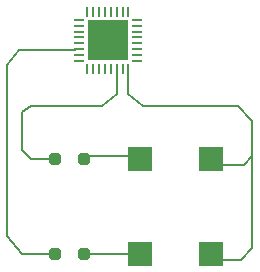
<source format=gbr>
%TF.GenerationSoftware,KiCad,Pcbnew,8.0.0*%
%TF.CreationDate,2024-03-06T12:54:26+05:00*%
%TF.ProjectId,keeb,6b656562-2e6b-4696-9361-645f70636258,rev?*%
%TF.SameCoordinates,Original*%
%TF.FileFunction,Copper,L1,Top*%
%TF.FilePolarity,Positive*%
%FSLAX46Y46*%
G04 Gerber Fmt 4.6, Leading zero omitted, Abs format (unit mm)*
G04 Created by KiCad (PCBNEW 8.0.0) date 2024-03-06 12:54:26*
%MOMM*%
%LPD*%
G01*
G04 APERTURE LIST*
G04 Aperture macros list*
%AMRoundRect*
0 Rectangle with rounded corners*
0 $1 Rounding radius*
0 $2 $3 $4 $5 $6 $7 $8 $9 X,Y pos of 4 corners*
0 Add a 4 corners polygon primitive as box body*
4,1,4,$2,$3,$4,$5,$6,$7,$8,$9,$2,$3,0*
0 Add four circle primitives for the rounded corners*
1,1,$1+$1,$2,$3*
1,1,$1+$1,$4,$5*
1,1,$1+$1,$6,$7*
1,1,$1+$1,$8,$9*
0 Add four rect primitives between the rounded corners*
20,1,$1+$1,$2,$3,$4,$5,0*
20,1,$1+$1,$4,$5,$6,$7,0*
20,1,$1+$1,$6,$7,$8,$9,0*
20,1,$1+$1,$8,$9,$2,$3,0*%
G04 Aperture macros list end*
%TA.AperFunction,Conductor*%
%ADD10C,0.200000*%
%TD*%
%TA.AperFunction,SMDPad,CuDef*%
%ADD11R,2.000000X2.000000*%
%TD*%
%TA.AperFunction,SMDPad,CuDef*%
%ADD12RoundRect,0.250000X-0.250000X-0.250000X0.250000X-0.250000X0.250000X0.250000X-0.250000X0.250000X0*%
%TD*%
%TA.AperFunction,SMDPad,CuDef*%
%ADD13RoundRect,0.062500X-0.375000X-0.062500X0.375000X-0.062500X0.375000X0.062500X-0.375000X0.062500X0*%
%TD*%
%TA.AperFunction,SMDPad,CuDef*%
%ADD14RoundRect,0.062500X-0.062500X-0.375000X0.062500X-0.375000X0.062500X0.375000X-0.062500X0.375000X0*%
%TD*%
%TA.AperFunction,HeatsinkPad*%
%ADD15R,3.450000X3.450000*%
%TD*%
G04 APERTURE END LIST*
D10*
%TO.N,COL1*%
X175500000Y-61750000D02*
X175500000Y-64750000D01*
X166250000Y-60500000D02*
X165000000Y-59500000D01*
%TO.N,ROW2*%
X154750000Y-71500000D02*
X154750000Y-57000000D01*
%TO.N,Net-(D1-A)*%
X161750000Y-64750000D02*
X165000000Y-64750000D01*
%TO.N,ROW1*%
X162750000Y-60500000D02*
X156750000Y-60500000D01*
%TO.N,ROW2*%
X160500000Y-55750000D02*
X155750000Y-55750000D01*
X156000000Y-73000000D02*
X154750000Y-71500000D01*
%TO.N,ROW1*%
X156000000Y-64250000D02*
X156750000Y-65000000D01*
%TO.N,COL1*%
X174750000Y-65500000D02*
X172750000Y-65500000D01*
X174500000Y-73500000D02*
X173000000Y-73500000D01*
%TO.N,ROW2*%
X158500000Y-73000000D02*
X156000000Y-73000000D01*
%TO.N,COL1*%
X175500000Y-72500000D02*
X174500000Y-73500000D01*
X175500000Y-64750000D02*
X174750000Y-65500000D01*
%TO.N,ROW1*%
X156750000Y-65000000D02*
X158250000Y-65000000D01*
%TO.N,ROW2*%
X154750000Y-57000000D02*
X155750000Y-55750000D01*
%TO.N,ROW1*%
X164000000Y-59500000D02*
X162750000Y-60500000D01*
X164000000Y-57750000D02*
X164000000Y-59500000D01*
%TO.N,Net-(D2-A)*%
X165250000Y-73000000D02*
X161500000Y-73000000D01*
%TO.N,COL1*%
X166500000Y-60500000D02*
X174250000Y-60500000D01*
%TO.N,ROW1*%
X156000000Y-61000000D02*
X156000000Y-64250000D01*
%TO.N,COL1*%
X175500000Y-64750000D02*
X175500000Y-72500000D01*
X174250000Y-60500000D02*
X175500000Y-61750000D01*
X166500000Y-60500000D02*
X166250000Y-60500000D01*
X165000000Y-59500000D02*
X165000000Y-57750000D01*
%TO.N,ROW1*%
X156750000Y-60500000D02*
X156000000Y-61000000D01*
%TD*%
D11*
%TO.P,SW16,1,1*%
%TO.N,Net-(D1-A)*%
X166000000Y-65000000D03*
%TO.P,SW16,2,2*%
%TO.N,COL1*%
X172000000Y-65000000D03*
%TD*%
D12*
%TO.P,D2,1,K*%
%TO.N,ROW2*%
X158750000Y-73000000D03*
%TO.P,D2,2,A*%
%TO.N,Net-(D2-A)*%
X161250000Y-73000000D03*
%TD*%
D11*
%TO.P,SW1,1,1*%
%TO.N,Net-(D2-A)*%
X166000000Y-73000000D03*
%TO.P,SW1,2,2*%
%TO.N,COL1*%
X172000000Y-73000000D03*
%TD*%
D13*
%TO.P,U1,1,LNA_IN*%
%TO.N,unconnected-(U1-LNA_IN-Pad1)*%
X160812500Y-53187500D03*
%TO.P,U1,2,VDD3P3*%
%TO.N,Net-(U1-VDD3P3-Pad2)*%
X160812500Y-53687500D03*
%TO.P,U1,3,VDD3P3*%
X160812500Y-54187500D03*
%TO.P,U1,4,XTAL_32K_P/ADC1_CH0*%
%TO.N,unconnected-(U1-XTAL_32K_P{slash}ADC1_CH0-Pad4)*%
X160812500Y-54687500D03*
%TO.P,U1,5,XTAL_32K_N/ADC1_CH1*%
%TO.N,unconnected-(U1-XTAL_32K_N{slash}ADC1_CH1-Pad5)*%
X160812500Y-55187500D03*
%TO.P,U1,6,GPIO2/ADC1_CH2*%
%TO.N,ROW2*%
X160812500Y-55687500D03*
%TO.P,U1,7,CHIP_EN*%
%TO.N,unconnected-(U1-CHIP_EN-Pad7)*%
X160812500Y-56187500D03*
%TO.P,U1,8,GPIO3/ADC1_CH3*%
%TO.N,unconnected-(U1-GPIO3{slash}ADC1_CH3-Pad8)*%
X160812500Y-56687500D03*
D14*
%TO.P,U1,9,MTMS/GPIO4/ADC1_CH4*%
%TO.N,unconnected-(U1-MTMS{slash}GPIO4{slash}ADC1_CH4-Pad9)*%
X161500000Y-57375000D03*
%TO.P,U1,10,MTDI/GPIO5/ADC2_CH0*%
%TO.N,unconnected-(U1-MTDI{slash}GPIO5{slash}ADC2_CH0-Pad10)*%
X162000000Y-57375000D03*
%TO.P,U1,11,VDD3P3_RTC*%
%TO.N,unconnected-(U1-VDD3P3_RTC-Pad11)*%
X162500000Y-57375000D03*
%TO.P,U1,12,MTCK/GPIO6*%
%TO.N,unconnected-(U1-MTCK{slash}GPIO6-Pad12)*%
X163000000Y-57375000D03*
%TO.P,U1,13,MTDO/GPIO7*%
%TO.N,unconnected-(U1-MTDO{slash}GPIO7-Pad13)*%
X163500000Y-57375000D03*
%TO.P,U1,14,GPIO8*%
%TO.N,ROW1*%
X164000000Y-57375000D03*
%TO.P,U1,15,GPIO9/BOOT*%
%TO.N,unconnected-(U1-GPIO9{slash}BOOT-Pad15)*%
X164500000Y-57375000D03*
%TO.P,U1,16,GPIO10*%
%TO.N,COL1*%
X165000000Y-57375000D03*
D13*
%TO.P,U1,17,VDD3P3_CPU*%
%TO.N,unconnected-(U1-VDD3P3_CPU-Pad17)*%
X165687500Y-56687500D03*
%TO.P,U1,18,VDD_SPI/GPIO11*%
%TO.N,unconnected-(U1-VDD_SPI{slash}GPIO11-Pad18)*%
X165687500Y-56187500D03*
%TO.P,U1,19,SPIHD/GPIO12*%
%TO.N,unconnected-(U1-SPIHD{slash}GPIO12-Pad19)*%
X165687500Y-55687500D03*
%TO.P,U1,20,SPIWP/GPIO13*%
%TO.N,unconnected-(U1-SPIWP{slash}GPIO13-Pad20)*%
X165687500Y-55187500D03*
%TO.P,U1,21,SPICS0/GPIO14*%
%TO.N,unconnected-(U1-SPICS0{slash}GPIO14-Pad21)*%
X165687500Y-54687500D03*
%TO.P,U1,22,SPICLK/GPIO15*%
%TO.N,unconnected-(U1-SPICLK{slash}GPIO15-Pad22)*%
X165687500Y-54187500D03*
%TO.P,U1,23,SPID/GPIO16*%
%TO.N,unconnected-(U1-SPID{slash}GPIO16-Pad23)*%
X165687500Y-53687500D03*
%TO.P,U1,24,SPIQ/GPIO17*%
%TO.N,unconnected-(U1-SPIQ{slash}GPIO17-Pad24)*%
X165687500Y-53187500D03*
D14*
%TO.P,U1,25,GPIO18/USB_D-*%
%TO.N,unconnected-(U1-GPIO18{slash}USB_D--Pad25)*%
X165000000Y-52500000D03*
%TO.P,U1,26,GPIO19/USB_D+*%
%TO.N,unconnected-(U1-GPIO19{slash}USB_D+-Pad26)*%
X164500000Y-52500000D03*
%TO.P,U1,27,U0RXD/GPIO20*%
%TO.N,unconnected-(U1-U0RXD{slash}GPIO20-Pad27)*%
X164000000Y-52500000D03*
%TO.P,U1,28,U0TXD/GPIO21*%
%TO.N,unconnected-(U1-U0TXD{slash}GPIO21-Pad28)*%
X163500000Y-52500000D03*
%TO.P,U1,29,XTAL_N*%
%TO.N,unconnected-(U1-XTAL_N-Pad29)*%
X163000000Y-52500000D03*
%TO.P,U1,30,XTAL_P*%
%TO.N,unconnected-(U1-XTAL_P-Pad30)*%
X162500000Y-52500000D03*
%TO.P,U1,31,VDDA*%
%TO.N,Net-(U1-VDDA-Pad31)*%
X162000000Y-52500000D03*
%TO.P,U1,32,VDDA*%
X161500000Y-52500000D03*
D15*
%TO.P,U1,33,GND*%
%TO.N,GND*%
X163250000Y-54937500D03*
%TD*%
D12*
%TO.P,D1,1,K*%
%TO.N,ROW1*%
X158750000Y-65000000D03*
%TO.P,D1,2,A*%
%TO.N,Net-(D1-A)*%
X161250000Y-65000000D03*
%TD*%
M02*

</source>
